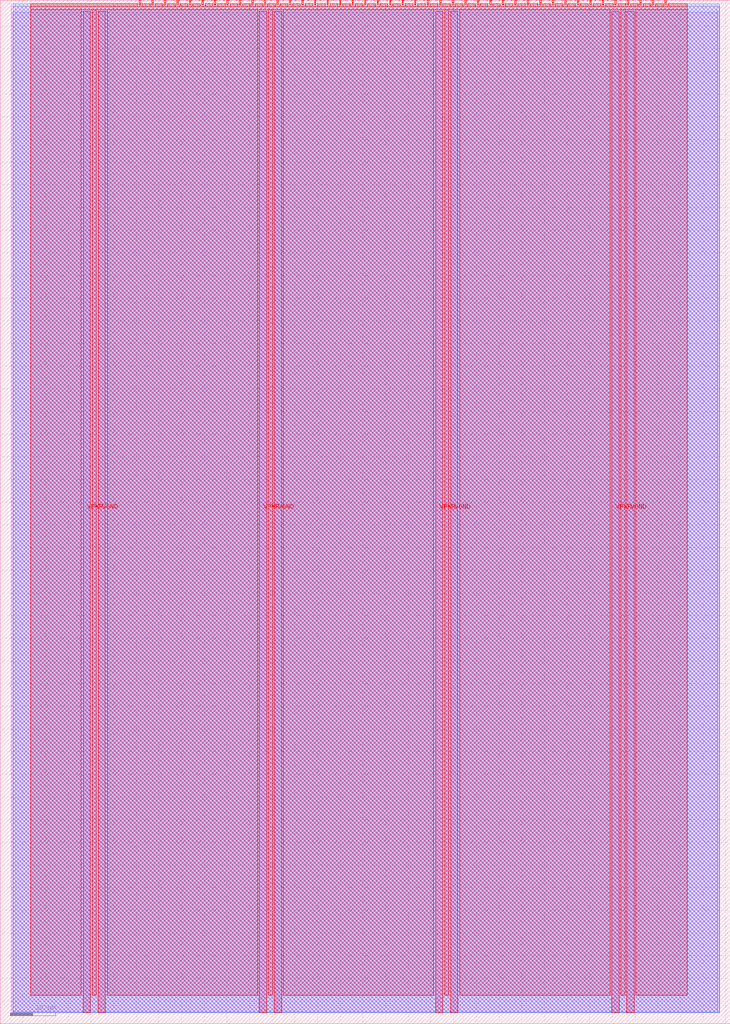
<source format=lef>
VERSION 5.7 ;
  NOWIREEXTENSIONATPIN ON ;
  DIVIDERCHAR "/" ;
  BUSBITCHARS "[]" ;
MACRO tt_um_MichaelBell_canon
  CLASS BLOCK ;
  FOREIGN tt_um_MichaelBell_canon ;
  ORIGIN 0.000 0.000 ;
  SIZE 161.000 BY 225.760 ;
  PIN VGND
    DIRECTION INOUT ;
    USE GROUND ;
    PORT
      LAYER met4 ;
        RECT 21.580 2.480 23.180 223.280 ;
    END
    PORT
      LAYER met4 ;
        RECT 60.450 2.480 62.050 223.280 ;
    END
    PORT
      LAYER met4 ;
        RECT 99.320 2.480 100.920 223.280 ;
    END
    PORT
      LAYER met4 ;
        RECT 138.190 2.480 139.790 223.280 ;
    END
  END VGND
  PIN VPWR
    DIRECTION INOUT ;
    USE POWER ;
    PORT
      LAYER met4 ;
        RECT 18.280 2.480 19.880 223.280 ;
    END
    PORT
      LAYER met4 ;
        RECT 57.150 2.480 58.750 223.280 ;
    END
    PORT
      LAYER met4 ;
        RECT 96.020 2.480 97.620 223.280 ;
    END
    PORT
      LAYER met4 ;
        RECT 134.890 2.480 136.490 223.280 ;
    END
  END VPWR
  PIN clk
    DIRECTION INPUT ;
    USE SIGNAL ;
    ANTENNAGATEAREA 0.852000 ;
    PORT
      LAYER met4 ;
        RECT 143.830 224.760 144.130 225.760 ;
    END
  END clk
  PIN ena
    DIRECTION INPUT ;
    USE SIGNAL ;
    PORT
      LAYER met4 ;
        RECT 146.590 224.760 146.890 225.760 ;
    END
  END ena
  PIN rst_n
    DIRECTION INPUT ;
    USE SIGNAL ;
    ANTENNAGATEAREA 0.196500 ;
    ANTENNADIFFAREA 0.434700 ;
    PORT
      LAYER met4 ;
        RECT 141.070 224.760 141.370 225.760 ;
    END
  END rst_n
  PIN ui_in[0]
    DIRECTION INPUT ;
    USE SIGNAL ;
    ANTENNAGATEAREA 0.213000 ;
    PORT
      LAYER met4 ;
        RECT 138.310 224.760 138.610 225.760 ;
    END
  END ui_in[0]
  PIN ui_in[1]
    DIRECTION INPUT ;
    USE SIGNAL ;
    ANTENNAGATEAREA 0.196500 ;
    PORT
      LAYER met4 ;
        RECT 135.550 224.760 135.850 225.760 ;
    END
  END ui_in[1]
  PIN ui_in[2]
    DIRECTION INPUT ;
    USE SIGNAL ;
    PORT
      LAYER met4 ;
        RECT 132.790 224.760 133.090 225.760 ;
    END
  END ui_in[2]
  PIN ui_in[3]
    DIRECTION INPUT ;
    USE SIGNAL ;
    PORT
      LAYER met4 ;
        RECT 130.030 224.760 130.330 225.760 ;
    END
  END ui_in[3]
  PIN ui_in[4]
    DIRECTION INPUT ;
    USE SIGNAL ;
    PORT
      LAYER met4 ;
        RECT 127.270 224.760 127.570 225.760 ;
    END
  END ui_in[4]
  PIN ui_in[5]
    DIRECTION INPUT ;
    USE SIGNAL ;
    PORT
      LAYER met4 ;
        RECT 124.510 224.760 124.810 225.760 ;
    END
  END ui_in[5]
  PIN ui_in[6]
    DIRECTION INPUT ;
    USE SIGNAL ;
    PORT
      LAYER met4 ;
        RECT 121.750 224.760 122.050 225.760 ;
    END
  END ui_in[6]
  PIN ui_in[7]
    DIRECTION INPUT ;
    USE SIGNAL ;
    PORT
      LAYER met4 ;
        RECT 118.990 224.760 119.290 225.760 ;
    END
  END ui_in[7]
  PIN uio_in[0]
    DIRECTION INPUT ;
    USE SIGNAL ;
    PORT
      LAYER met4 ;
        RECT 116.230 224.760 116.530 225.760 ;
    END
  END uio_in[0]
  PIN uio_in[1]
    DIRECTION INPUT ;
    USE SIGNAL ;
    PORT
      LAYER met4 ;
        RECT 113.470 224.760 113.770 225.760 ;
    END
  END uio_in[1]
  PIN uio_in[2]
    DIRECTION INPUT ;
    USE SIGNAL ;
    PORT
      LAYER met4 ;
        RECT 110.710 224.760 111.010 225.760 ;
    END
  END uio_in[2]
  PIN uio_in[3]
    DIRECTION INPUT ;
    USE SIGNAL ;
    PORT
      LAYER met4 ;
        RECT 107.950 224.760 108.250 225.760 ;
    END
  END uio_in[3]
  PIN uio_in[4]
    DIRECTION INPUT ;
    USE SIGNAL ;
    PORT
      LAYER met4 ;
        RECT 105.190 224.760 105.490 225.760 ;
    END
  END uio_in[4]
  PIN uio_in[5]
    DIRECTION INPUT ;
    USE SIGNAL ;
    PORT
      LAYER met4 ;
        RECT 102.430 224.760 102.730 225.760 ;
    END
  END uio_in[5]
  PIN uio_in[6]
    DIRECTION INPUT ;
    USE SIGNAL ;
    PORT
      LAYER met4 ;
        RECT 99.670 224.760 99.970 225.760 ;
    END
  END uio_in[6]
  PIN uio_in[7]
    DIRECTION INPUT ;
    USE SIGNAL ;
    PORT
      LAYER met4 ;
        RECT 96.910 224.760 97.210 225.760 ;
    END
  END uio_in[7]
  PIN uio_oe[0]
    DIRECTION OUTPUT ;
    USE SIGNAL ;
    ANTENNADIFFAREA 0.445500 ;
    PORT
      LAYER met4 ;
        RECT 49.990 224.760 50.290 225.760 ;
    END
  END uio_oe[0]
  PIN uio_oe[1]
    DIRECTION OUTPUT ;
    USE SIGNAL ;
    ANTENNADIFFAREA 0.445500 ;
    PORT
      LAYER met4 ;
        RECT 47.230 224.760 47.530 225.760 ;
    END
  END uio_oe[1]
  PIN uio_oe[2]
    DIRECTION OUTPUT ;
    USE SIGNAL ;
    ANTENNADIFFAREA 0.445500 ;
    PORT
      LAYER met4 ;
        RECT 44.470 224.760 44.770 225.760 ;
    END
  END uio_oe[2]
  PIN uio_oe[3]
    DIRECTION OUTPUT ;
    USE SIGNAL ;
    ANTENNADIFFAREA 0.445500 ;
    PORT
      LAYER met4 ;
        RECT 41.710 224.760 42.010 225.760 ;
    END
  END uio_oe[3]
  PIN uio_oe[4]
    DIRECTION OUTPUT ;
    USE SIGNAL ;
    ANTENNADIFFAREA 0.445500 ;
    PORT
      LAYER met4 ;
        RECT 38.950 224.760 39.250 225.760 ;
    END
  END uio_oe[4]
  PIN uio_oe[5]
    DIRECTION OUTPUT ;
    USE SIGNAL ;
    ANTENNADIFFAREA 0.445500 ;
    PORT
      LAYER met4 ;
        RECT 36.190 224.760 36.490 225.760 ;
    END
  END uio_oe[5]
  PIN uio_oe[6]
    DIRECTION OUTPUT ;
    USE SIGNAL ;
    ANTENNADIFFAREA 0.445500 ;
    PORT
      LAYER met4 ;
        RECT 33.430 224.760 33.730 225.760 ;
    END
  END uio_oe[6]
  PIN uio_oe[7]
    DIRECTION OUTPUT ;
    USE SIGNAL ;
    ANTENNADIFFAREA 0.445500 ;
    PORT
      LAYER met4 ;
        RECT 30.670 224.760 30.970 225.760 ;
    END
  END uio_oe[7]
  PIN uio_out[0]
    DIRECTION OUTPUT ;
    USE SIGNAL ;
    ANTENNADIFFAREA 0.445500 ;
    PORT
      LAYER met4 ;
        RECT 72.070 224.760 72.370 225.760 ;
    END
  END uio_out[0]
  PIN uio_out[1]
    DIRECTION OUTPUT ;
    USE SIGNAL ;
    ANTENNADIFFAREA 0.445500 ;
    PORT
      LAYER met4 ;
        RECT 69.310 224.760 69.610 225.760 ;
    END
  END uio_out[1]
  PIN uio_out[2]
    DIRECTION OUTPUT ;
    USE SIGNAL ;
    ANTENNADIFFAREA 0.445500 ;
    PORT
      LAYER met4 ;
        RECT 66.550 224.760 66.850 225.760 ;
    END
  END uio_out[2]
  PIN uio_out[3]
    DIRECTION OUTPUT ;
    USE SIGNAL ;
    ANTENNADIFFAREA 0.445500 ;
    PORT
      LAYER met4 ;
        RECT 63.790 224.760 64.090 225.760 ;
    END
  END uio_out[3]
  PIN uio_out[4]
    DIRECTION OUTPUT ;
    USE SIGNAL ;
    ANTENNADIFFAREA 0.445500 ;
    PORT
      LAYER met4 ;
        RECT 61.030 224.760 61.330 225.760 ;
    END
  END uio_out[4]
  PIN uio_out[5]
    DIRECTION OUTPUT ;
    USE SIGNAL ;
    ANTENNADIFFAREA 0.445500 ;
    PORT
      LAYER met4 ;
        RECT 58.270 224.760 58.570 225.760 ;
    END
  END uio_out[5]
  PIN uio_out[6]
    DIRECTION OUTPUT ;
    USE SIGNAL ;
    ANTENNADIFFAREA 0.445500 ;
    PORT
      LAYER met4 ;
        RECT 55.510 224.760 55.810 225.760 ;
    END
  END uio_out[6]
  PIN uio_out[7]
    DIRECTION OUTPUT ;
    USE SIGNAL ;
    ANTENNADIFFAREA 0.795200 ;
    PORT
      LAYER met4 ;
        RECT 52.750 224.760 53.050 225.760 ;
    END
  END uio_out[7]
  PIN uo_out[0]
    DIRECTION OUTPUT ;
    USE SIGNAL ;
    ANTENNADIFFAREA 0.643500 ;
    PORT
      LAYER met4 ;
        RECT 94.150 224.760 94.450 225.760 ;
    END
  END uo_out[0]
  PIN uo_out[1]
    DIRECTION OUTPUT ;
    USE SIGNAL ;
    ANTENNADIFFAREA 0.643500 ;
    PORT
      LAYER met4 ;
        RECT 91.390 224.760 91.690 225.760 ;
    END
  END uo_out[1]
  PIN uo_out[2]
    DIRECTION OUTPUT ;
    USE SIGNAL ;
    ANTENNADIFFAREA 0.643500 ;
    PORT
      LAYER met4 ;
        RECT 88.630 224.760 88.930 225.760 ;
    END
  END uo_out[2]
  PIN uo_out[3]
    DIRECTION OUTPUT ;
    USE SIGNAL ;
    ANTENNADIFFAREA 0.445500 ;
    PORT
      LAYER met4 ;
        RECT 85.870 224.760 86.170 225.760 ;
    END
  END uo_out[3]
  PIN uo_out[4]
    DIRECTION OUTPUT ;
    USE SIGNAL ;
    ANTENNADIFFAREA 0.643500 ;
    PORT
      LAYER met4 ;
        RECT 83.110 224.760 83.410 225.760 ;
    END
  END uo_out[4]
  PIN uo_out[5]
    DIRECTION OUTPUT ;
    USE SIGNAL ;
    ANTENNADIFFAREA 0.643500 ;
    PORT
      LAYER met4 ;
        RECT 80.350 224.760 80.650 225.760 ;
    END
  END uo_out[5]
  PIN uo_out[6]
    DIRECTION OUTPUT ;
    USE SIGNAL ;
    ANTENNADIFFAREA 0.643500 ;
    PORT
      LAYER met4 ;
        RECT 77.590 224.760 77.890 225.760 ;
    END
  END uo_out[6]
  PIN uo_out[7]
    DIRECTION OUTPUT ;
    USE SIGNAL ;
    ANTENNADIFFAREA 0.445500 ;
    PORT
      LAYER met4 ;
        RECT 74.830 224.760 75.130 225.760 ;
    END
  END uo_out[7]
  OBS
      LAYER li1 ;
        RECT 2.760 2.635 158.240 223.125 ;
      LAYER met1 ;
        RECT 2.460 2.480 158.630 224.360 ;
      LAYER met2 ;
        RECT 2.920 2.535 158.600 224.925 ;
      LAYER met3 ;
        RECT 3.285 2.555 158.175 224.905 ;
      LAYER met4 ;
        RECT 6.735 224.360 30.270 224.905 ;
        RECT 31.370 224.360 33.030 224.905 ;
        RECT 34.130 224.360 35.790 224.905 ;
        RECT 36.890 224.360 38.550 224.905 ;
        RECT 39.650 224.360 41.310 224.905 ;
        RECT 42.410 224.360 44.070 224.905 ;
        RECT 45.170 224.360 46.830 224.905 ;
        RECT 47.930 224.360 49.590 224.905 ;
        RECT 50.690 224.360 52.350 224.905 ;
        RECT 53.450 224.360 55.110 224.905 ;
        RECT 56.210 224.360 57.870 224.905 ;
        RECT 58.970 224.360 60.630 224.905 ;
        RECT 61.730 224.360 63.390 224.905 ;
        RECT 64.490 224.360 66.150 224.905 ;
        RECT 67.250 224.360 68.910 224.905 ;
        RECT 70.010 224.360 71.670 224.905 ;
        RECT 72.770 224.360 74.430 224.905 ;
        RECT 75.530 224.360 77.190 224.905 ;
        RECT 78.290 224.360 79.950 224.905 ;
        RECT 81.050 224.360 82.710 224.905 ;
        RECT 83.810 224.360 85.470 224.905 ;
        RECT 86.570 224.360 88.230 224.905 ;
        RECT 89.330 224.360 90.990 224.905 ;
        RECT 92.090 224.360 93.750 224.905 ;
        RECT 94.850 224.360 96.510 224.905 ;
        RECT 97.610 224.360 99.270 224.905 ;
        RECT 100.370 224.360 102.030 224.905 ;
        RECT 103.130 224.360 104.790 224.905 ;
        RECT 105.890 224.360 107.550 224.905 ;
        RECT 108.650 224.360 110.310 224.905 ;
        RECT 111.410 224.360 113.070 224.905 ;
        RECT 114.170 224.360 115.830 224.905 ;
        RECT 116.930 224.360 118.590 224.905 ;
        RECT 119.690 224.360 121.350 224.905 ;
        RECT 122.450 224.360 124.110 224.905 ;
        RECT 125.210 224.360 126.870 224.905 ;
        RECT 127.970 224.360 129.630 224.905 ;
        RECT 130.730 224.360 132.390 224.905 ;
        RECT 133.490 224.360 135.150 224.905 ;
        RECT 136.250 224.360 137.910 224.905 ;
        RECT 139.010 224.360 140.670 224.905 ;
        RECT 141.770 224.360 143.430 224.905 ;
        RECT 144.530 224.360 146.190 224.905 ;
        RECT 147.290 224.360 151.505 224.905 ;
        RECT 6.735 223.680 151.505 224.360 ;
        RECT 6.735 6.295 17.880 223.680 ;
        RECT 20.280 6.295 21.180 223.680 ;
        RECT 23.580 6.295 56.750 223.680 ;
        RECT 59.150 6.295 60.050 223.680 ;
        RECT 62.450 6.295 95.620 223.680 ;
        RECT 98.020 6.295 98.920 223.680 ;
        RECT 101.320 6.295 134.490 223.680 ;
        RECT 136.890 6.295 137.790 223.680 ;
        RECT 140.190 6.295 151.505 223.680 ;
  END
END tt_um_MichaelBell_canon
END LIBRARY


</source>
